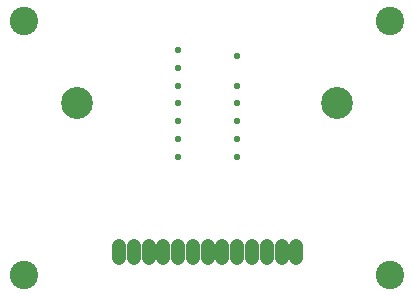
<source format=gbr>
G04 EAGLE Gerber RS-274X export*
G75*
%MOMM*%
%FSLAX34Y34*%
%LPD*%
%INSoldermask Bottom*%
%IPPOS*%
%AMOC8*
5,1,8,0,0,1.08239X$1,22.5*%
G01*
%ADD10C,0.553200*%
%ADD11C,2.703200*%
%ADD12C,2.403200*%
%ADD13C,1.211200*%


D10*
X155000Y215000D03*
X155000Y200000D03*
X155000Y185000D03*
X155000Y155000D03*
X155000Y170000D03*
X155000Y125000D03*
X155000Y140000D03*
D11*
X70000Y170000D03*
D10*
X205000Y210000D03*
X205000Y185000D03*
X205000Y155000D03*
X205000Y170000D03*
X205000Y125000D03*
X205000Y140000D03*
D11*
X290000Y170000D03*
D12*
X25000Y25000D03*
X335000Y25000D03*
X335000Y240000D03*
X25000Y240000D03*
D13*
X255500Y48940D02*
X255500Y38860D01*
X243000Y38860D02*
X243000Y48940D01*
X230500Y48940D02*
X230500Y38860D01*
X218000Y38860D02*
X218000Y48940D01*
X205500Y48940D02*
X205500Y38860D01*
X193000Y38860D02*
X193000Y48940D01*
X180500Y48940D02*
X180500Y38860D01*
X168000Y38860D02*
X168000Y48940D01*
X155500Y48940D02*
X155500Y38860D01*
X143000Y38860D02*
X143000Y48940D01*
X130500Y48940D02*
X130500Y38860D01*
X118000Y38860D02*
X118000Y48940D01*
X105500Y48940D02*
X105500Y38860D01*
M02*

</source>
